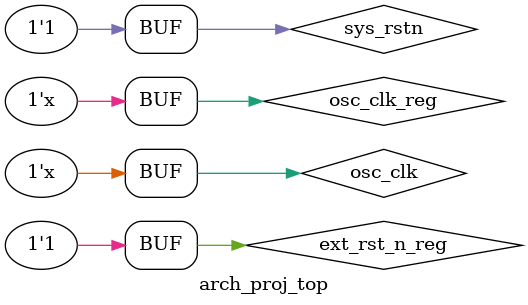
<source format=v>
/*
 * Copyright (C) xxx Electronic Technology Co., Ltd 
 * 
 * File   : arch_proj_top.v
 * Author : dongj
 * Create : 2022-12-28
 * 
 * History:
 * ----------------------------------------------------------------
 * Revision: 1.0, dongj @2022/12/28 16:15:12
 * Description: 
 * 
 */

`ifndef __ARCH_PROJ_TOP_V__
`define __ARCH_PROJ_TOP_V__

module arch_proj_top ();

    wire osc_clk ;
    wire sys_rstn ;

    reg osc_clk_reg ;
    reg ext_rst_n_reg ;

    assign osc_clk = osc_clk_reg ;
    assign sys_rstn = ext_rst_n_reg ;

    initial begin
        osc_clk_reg = 0 ;
        ext_rst_n_reg = 0 ;
        #500ns ;
        ext_rst_n_reg = 1 ;
    end

    always #20.833 osc_clk_reg = ~osc_clk_reg ; 

    `include "rtl_instance.v"
    `include "ddr_bind.v"
    
endmodule


`endif

// vim: et:ts=4:sw=4:ft=sverilog

</source>
